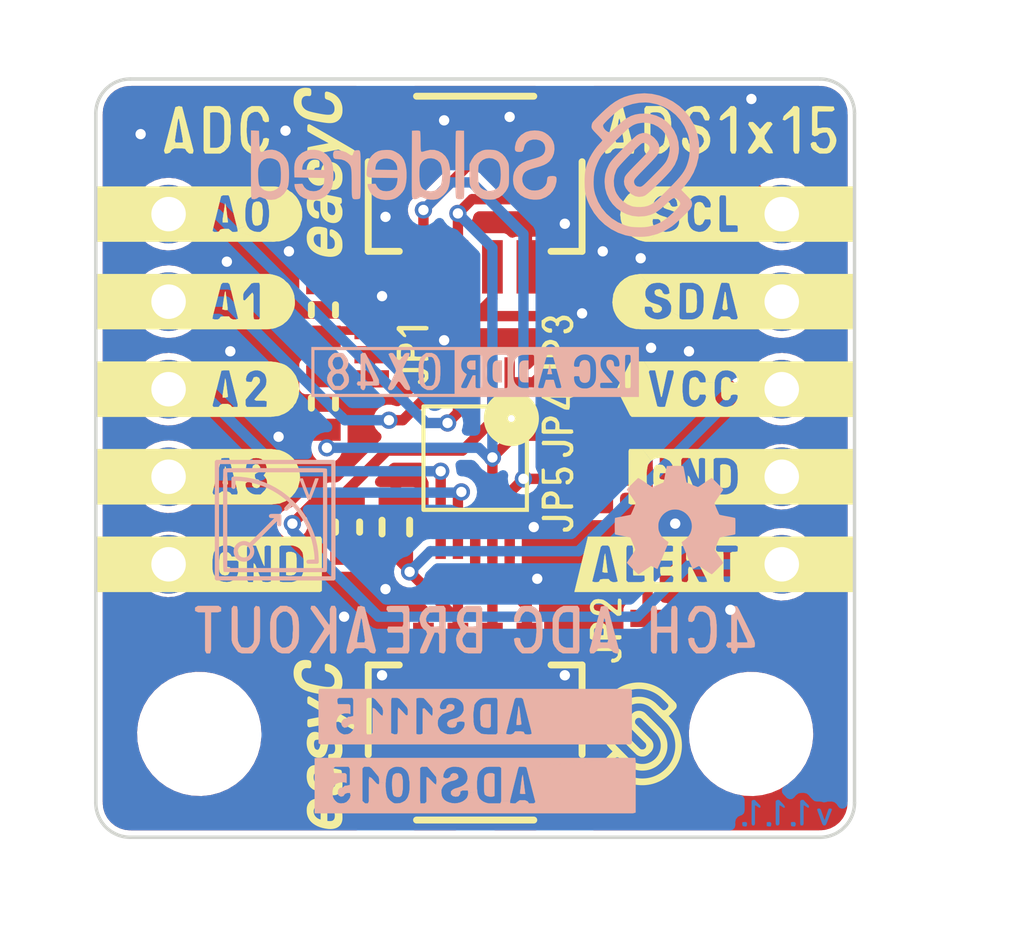
<source format=kicad_pcb>
(kicad_pcb (version 20210623) (generator pcbnew)
  (title_block (title "4CH ADC breakout ADS1x15") (date "2021-07-01") (rev "V1.1.1.") (company "SOLDERED") (comment 1 "333002"))
  (layers (0 "F.Cu" signal) (31 "B.Cu" signal) (34 "B.Paste" user) (35 "F.Paste" user) (36 "B.SilkS" user "B.Silkscreen") (37 "F.SilkS" user "F.Silkscreen") (38 "B.Mask" user) (39 "F.Mask" user) (44 "Edge.Cuts" user))
  (net 0 "")
  (net 1 "GND")
  (net 2 "VCC")
  (net 3 "Net-(JP1-Pad3)")
  (net 4 "Net-(JP1-Pad1)")
  (net 5 "ADDR")
  (net 6 "SDA")
  (net 7 "SCL")
  (net 8 "AIN0")
  (net 9 "AIN1")
  (net 10 "AIN2")
  (net 11 "AIN3")
  (net 12 "ALERT{slash}RDY")
  (footprint "e-radionica.com footprinti:0603C" (layer "F.Cu") (at 98.7 141 90)
    (fp_text reference "C1")
    (fp_text value "0.1uF")
    (pad "1" smd rect locked (at -0.73 0 90) (size 0.66 1) (layers "F.Cu" "F.Paste" "F.Mask") (net 2 "VCC"))
    (pad "2" smd rect locked (at 0.73 0 90) (size 0.66 1) (layers "F.Cu" "F.Paste" "F.Mask") (net 1 "GND"))
  )
  (footprint "e-radionica.com footprinti:easyC-connector" (layer "F.Cu") (at 101 131.3)
    (fp_text reference "K4")
    (fp_text value "easyC-SMD")
    (pad "1" smd rect locked (at -1.5 2.15) (size 0.6 1.55) (layers "F.Cu" "F.Paste" "F.Mask") (net 7 "SCL"))
    (pad "2" smd rect locked (at -0.5 2.15) (size 0.6 1.55) (layers "F.Cu" "F.Paste" "F.Mask") (net 6 "SDA"))
    (pad "3" smd rect locked (at 0.5 2.15) (size 0.6 1.55) (layers "F.Cu" "F.Paste" "F.Mask") (net 2 "VCC"))
    (pad "4" smd rect locked (at 1.5 2.15) (size 0.6 1.55) (layers "F.Cu" "F.Paste" "F.Mask") (net 1 "GND"))
    (pad "5" smd rect locked (at 2.6 -2.15) (size 1.2 1.8) (layers "F.Cu" "F.Paste" "F.Mask") (net 1 "GND"))
    (pad "5" smd rect locked (at -2.6 -2.15) (size 1.2 1.8) (layers "F.Cu" "F.Paste" "F.Mask") (net 1 "GND"))
  )
  (footprint "e-radionica.com footprinti:0603R" (layer "F.Cu") (at 96.6 134.7 90)
    (fp_text reference "R2")
    (fp_text value "10k")
    (pad "1" smd rect locked (at -0.775 0 180) (size 1 0.64) (layers "F.Cu" "F.Paste" "F.Mask") (net 3 "Net-(JP1-Pad3)"))
    (pad "2" smd rect locked (at 0.775 0 180) (size 1 0.64) (layers "F.Cu" "F.Paste" "F.Mask") (net 7 "SCL"))
  )
  (footprint "buzzardLabel" (layer "F.Cu") (at 89.6 137)
    (fp_text reference "" (at 0 0) (layer "F.SilkS") (effects (font (size 1.27 1.27))))
    (fp_text value "" (at 0 0) (layer "F.SilkS") (effects (font (size 1.27 1.27))))
  )
  (footprint "buzzardLabel" (layer "F.Cu") (at 104.8 144 90)
    (fp_text reference "" (at 0 0 90) (layer "F.SilkS") (effects (font (size 1.27 1.27))))
    (fp_text value "" (at 0 0 90) (layer "F.SilkS") (effects (font (size 1.27 1.27))))
  )
  (footprint "buzzardLabel" (layer "F.Cu") (at 112.4 139.54)
    (fp_text reference "" (at 0 0) (layer "F.SilkS") (effects (font (size 1.27 1.27))))
    (fp_text value "" (at 0 0) (layer "F.SilkS") (effects (font (size 1.27 1.27))))
  )
  (footprint "buzzardLabel" (layer "F.Cu") (at 112.4 137)
    (fp_text reference "" (at 0 0) (layer "F.SilkS") (effects (font (size 1.27 1.27))))
    (fp_text value "" (at 0 0) (layer "F.SilkS") (effects (font (size 1.27 1.27))))
  )
  (footprint "e-radionica.com footprinti:SMD_JUMPER_3_PAD_TRACE" (layer "F.Cu") (at 98 136 90)
    (fp_text reference "JP1")
    (fp_text value "SMD_JUMPER_3_PAD_TRACE")
    (fp_poly (pts (xy 0.45 0.05) (xy 0.25 0.05) (xy 0.25 -0.05) (xy 0.45 -0.05)) (layer "F.Cu") (width 0.1) (fill solid))
    (fp_poly (pts (xy -0.25 0.05) (xy -0.45 0.05) (xy -0.45 -0.05) (xy -0.25 -0.05)) (layer "F.Cu") (width 0.1) (fill solid))
    (pad "1" smd rect (at -0.7 0 270) (size 0.5 1) (layers "F.Cu" "F.Mask") (net 4 "Net-(JP1-Pad1)"))
    (pad "2" smd custom (at 0 0 270) (size 0.5 1) (layers "F.Cu" "F.Mask") (net 2 "VCC") (options (clearance outline) (anchor rect)) (primitives))
    (pad "3" smd rect (at 0.7 0 270) (size 0.5 1) (layers "F.Cu" "F.Mask") (net 3 "Net-(JP1-Pad3)"))
  )
  (footprint "Soldered Graphics:Logo-Front-Soldered-3mm" (layer "F.Cu") (at 105.8 147)
    (fp_text reference "G***" hide)
    (fp_text value "LOGO" hide)
  )
  (footprint "buzzardLabel" (layer "F.Cu") (at 103.4 140.2 90)
    (fp_text reference "" (at 0 0 90) (layer "F.SilkS") (effects (font (size 1.27 1.27))))
    (fp_text value "" (at 0 0 90) (layer "F.SilkS") (effects (font (size 1.27 1.27))))
  )
  (footprint "buzzardLabel" (layer "F.Cu") (at 112.4 131.92)
    (fp_text reference "" (at 0 0) (layer "F.SilkS") (effects (font (size 1.27 1.27))))
    (fp_text value "" (at 0 0) (layer "F.SilkS") (effects (font (size 1.27 1.27))))
  )
  (footprint "buzzardLabel" (layer "F.Cu") (at 89.6 139.54)
    (fp_text reference "" (at 0 0) (layer "F.SilkS") (effects (font (size 1.27 1.27))))
    (fp_text value "" (at 0 0) (layer "F.SilkS") (effects (font (size 1.27 1.27))))
  )
  (footprint "buzzardLabel" (layer "F.Cu") (at 89.6 142.08)
    (fp_text reference "" (at 0 0) (layer "F.SilkS") (effects (font (size 1.27 1.27))))
    (fp_text value "" (at 0 0) (layer "F.SilkS") (effects (font (size 1.27 1.27))))
  )
  (footprint "buzzardLabel" (layer "F.Cu") (at 89.6 134.46)
    (fp_text reference "" (at 0 0) (layer "F.SilkS") (effects (font (size 1.27 1.27))))
    (fp_text value "" (at 0 0) (layer "F.SilkS") (effects (font (size 1.27 1.27))))
  )
  (footprint "Soldered Graphics:Logo-Back-OSH-3.5mm" (layer "F.Cu") (at 106.8 140.8)
    (fp_text reference "G***" hide)
    (fp_text value "LOGO" hide)
  )
  (footprint "buzzardLabel" (layer "F.Cu") (at 112.4 142.08)
    (fp_text reference "" (at 0 0) (layer "F.SilkS") (effects (font (size 1.27 1.27))))
    (fp_text value "" (at 0 0) (layer "F.SilkS") (effects (font (size 1.27 1.27))))
  )
  (footprint "buzzardLabel" (layer "F.Cu") (at 103.4 138 90)
    (fp_text reference "" (at 0 0 90) (layer "F.SilkS") (effects (font (size 1.27 1.27))))
    (fp_text value "" (at 0 0 90) (layer "F.SilkS") (effects (font (size 1.27 1.27))))
  )
  (footprint "Soldered Graphics:Logo-Back-SolderedFULL-13mm" (layer "F.Cu") (at 101 130.5)
    (fp_text reference "REF**" hide)
    (fp_text value "Logo-Front-SolderedFULL-13mm" hide)
  )
  (footprint "e-radionica.com footprinti:FIDUCIAL_23" (layer "F.Cu") (at 101 148)
    (fp_text reference "FD1")
    (fp_text value "FIDUCIAL")
    (fp_circle (center 0 0) (end 1 0) (layer "F.Cu") (width 0.2) (fill none))
    (pad "1" smd circle (at 0 0) (size 1 1) (layers "F.Cu" "F.Paste" "F.Mask") (clearance 1.1))
  )
  (footprint "Soldered Graphics:Logo-Front-easyC-5mm" (layer "F.Cu") (at 96.6 147.3 90)
    (fp_text reference "G***" hide)
    (fp_text value "LOGO" hide)
  )
  (footprint "e-radionica.com footprinti:0603R" (layer "F.Cu") (at 96.6 137.4 90)
    (fp_text reference "R3")
    (fp_text value "10k")
    (pad "1" smd rect locked (at -0.775 0 180) (size 1 0.64) (layers "F.Cu" "F.Paste" "F.Mask") (net 6 "SDA"))
    (pad "2" smd rect locked (at 0.775 0 180) (size 1 0.64) (layers "F.Cu" "F.Paste" "F.Mask") (net 4 "Net-(JP1-Pad1)"))
  )
  (footprint "buzzardLabel" (layer "F.Cu") (at 108.1 129.5)
    (fp_text reference "" (at 0 0) (layer "F.SilkS") (effects (font (size 1.27 1.27))))
    (fp_text value "" (at 0 0) (layer "F.SilkS") (effects (font (size 1.27 1.27))))
  )
  (footprint "e-radionica.com footprinti:SMD_JUMPER_CONNECTED" (layer "F.Cu") (at 106 144 -90)
    (fp_text reference "JP2")
    (fp_text value "0x48")
    (pad "1" smd rect locked (at -0.35 0 270) (size 0.5 1) (layers "F.Cu" "F.Paste" "F.Mask") (net 5 "ADDR"))
    (pad "2" smd rect locked (at 0.35 0 270) (size 0.5 1) (layers "F.Cu" "F.Paste" "F.Mask") (net 1 "GND"))
  )
  (footprint "buzzardLabel" (layer "F.Cu") (at 103.4 135.8 90)
    (fp_text reference "" (at 0 0 90) (layer "F.SilkS") (effects (font (size 1.27 1.27))))
    (fp_text value "" (at 0 0 90) (layer "F.SilkS") (effects (font (size 1.27 1.27))))
  )
  (footprint "e-radionica.com footprinti:0603R" (layer "F.Cu") (at 97.3 141 -90)
    (fp_text reference "R1")
    (fp_text value "10k")
    (pad "1" smd rect locked (at -0.775 0) (size 1 0.64) (layers "F.Cu" "F.Paste" "F.Mask") (net 12 "ALERT{slash}RDY"))
    (pad "2" smd rect locked (at 0.775 0) (size 1 0.64) (layers "F.Cu" "F.Paste" "F.Mask") (net 2 "VCC"))
  )
  (footprint "buzzardLabel" (layer "F.Cu") (at 93.5 129.5)
    (fp_text reference "" (at 0 0) (layer "F.SilkS") (effects (font (size 1.27 1.27))))
    (fp_text value "" (at 0 0) (layer "F.SilkS") (effects (font (size 1.27 1.27))))
  )
  (footprint "e-radionica.com footprinti:HOLE_3.2mm" (layer "F.Cu") (at 93 147)
    (fp_text reference "H1" hide)
    (fp_text value "HOLE_3.2mm" hide)
    (pad "" np_thru_hole circle locked (at 0 0) (size 3.2 3.2) (drill 3.2) (layers F&B.Cu *.Mask))
  )
  (footprint "buzzardLabel" (layer "F.Cu") (at 89.6 131.92)
    (fp_text reference "" (at 0 0) (layer "F.SilkS") (effects (font (size 1.27 1.27))))
    (fp_text value "" (at 0 0) (layer "F.SilkS") (effects (font (size 1.27 1.27))))
  )
  (footprint "e-radionica.com footprinti:SMD_JUMPER" (layer "F.Cu") (at 104.5 136 90)
    (fp_text reference "JP3")
    (fp_text value "0x49")
    (pad "1" smd rect locked (at -0.35 0 90) (size 0.5 1) (layers "F.Cu" "F.Paste" "F.Mask") (net 5 "ADDR"))
    (pad "2" smd rect locked (at 0.35 0 90) (size 0.5 1) (layers "F.Cu" "F.Paste" "F.Mask") (net 2 "VCC"))
  )
  (footprint "buzzardLabel" (layer "F.Cu") (at 112.4 134.46)
    (fp_text reference "" (at 0 0) (layer "F.SilkS") (effects (font (size 1.27 1.27))))
    (fp_text value "" (at 0 0) (layer "F.SilkS") (effects (font (size 1.27 1.27))))
  )
  (footprint "e-radionica.com footprinti:SMD_JUMPER" (layer "F.Cu") (at 104.5 138 -90)
    (fp_text reference "JP4")
    (fp_text value "0x4A")
    (pad "1" smd rect locked (at -0.35 0 270) (size 0.5 1) (layers "F.Cu" "F.Paste" "F.Mask") (net 5 "ADDR"))
    (pad "2" smd rect locked (at 0.35 0 270) (size 0.5 1) (layers "F.Cu" "F.Paste" "F.Mask") (net 6 "SDA"))
  )
  (footprint "e-radionica.com footprinti:HOLE_3.2mm" (layer "F.Cu") (at 109 147)
    (fp_text reference "H2" hide)
    (fp_text value "HOLE_3.2mm" hide)
    (pad "" np_thru_hole circle locked (at 0 0) (size 3.2 3.2) (drill 3.2) (layers F&B.Cu *.Mask))
  )
  (footprint "e-radionica.com footprinti:SMD_JUMPER" (layer "F.Cu") (at 104.5 140 -90)
    (fp_text reference "JP5")
    (fp_text value "0x4B")
    (pad "1" smd rect locked (at -0.35 0 270) (size 0.5 1) (layers "F.Cu" "F.Paste" "F.Mask") (net 5 "ADDR"))
    (pad "2" smd rect locked (at 0.35 0 270) (size 0.5 1) (layers "F.Cu" "F.Paste" "F.Mask") (net 7 "SCL"))
  )
  (footprint "Soldered Graphics:Logo-Front-easyC-5mm" (layer "F.Cu") (at 96.6 130.7 90)
    (fp_text reference "G***" hide)
    (fp_text value "LOGO" hide)
  )
  (footprint "e-radionica.com footprinti:easyC-connector" (layer "F.Cu") (at 101 146.7 180)
    (fp_text reference "K3")
    (fp_text value "easyC-SMD")
    (pad "1" smd rect locked (at -1.5 2.15 180) (size 0.6 1.55) (layers "F.Cu" "F.Paste" "F.Mask") (net 7 "SCL"))
    (pad "2" smd rect locked (at -0.5 2.15 180) (size 0.6 1.55) (layers "F.Cu" "F.Paste" "F.Mask") (net 6 "SDA"))
    (pad "3" smd rect locked (at 0.5 2.15 180) (size 0.6 1.55) (layers "F.Cu" "F.Paste" "F.Mask") (net 2 "VCC"))
    (pad "4" smd rect locked (at 1.5 2.15 180) (size 0.6 1.55) (layers "F.Cu" "F.Paste" "F.Mask") (net 1 "GND"))
    (pad "5" smd rect locked (at 2.6 -2.15 180) (size 1.2 1.8) (layers "F.Cu" "F.Paste" "F.Mask") (net 1 "GND"))
    (pad "5" smd rect locked (at -2.6 -2.15 180) (size 1.2 1.8) (layers "F.Cu" "F.Paste" "F.Mask") (net 1 "GND"))
  )
  (footprint "e-radionica.com footprinti:VSSOP" (layer "F.Cu") (at 101 139 -90)
    (fp_text reference "U1")
    (fp_text value "ADS1115")
    (pad "1" smd rect locked (at -2.2 -1 270) (size 1.45 0.3) (layers "F.Cu" "F.Paste" "F.Mask") (net 5 "ADDR"))
    (pad "2" smd rect locked (at -2.2 -0.5 270) (size 1.45 0.3) (layers "F.Cu" "F.Paste" "F.Mask") (net 12 "ALERT{slash}RDY"))
    (pad "3" smd rect locked (at -2.2 0 270) (size 1.45 0.3) (layers "F.Cu" "F.Paste" "F.Mask") (net 1 "GND"))
    (pad "4" smd rect locked (at -2.2 0.5 270) (size 1.45 0.3) (layers "F.Cu" "F.Paste" "F.Mask") (net 8 "AIN0"))
    (pad "5" smd rect locked (at -2.2 1 270) (size 1.45 0.3) (layers "F.Cu" "F.Paste" "F.Mask") (net 9 "AIN1"))
    (pad "6" smd rect locked (at 2.2 1 270) (size 1.45 0.3) (layers "F.Cu" "F.Paste" "F.Mask") (net 10 "AIN2"))
    (pad "7" smd rect locked (at 2.2 0.5 270) (size 1.45 0.3) (layers "F.Cu" "F.Paste" "F.Mask") (net 11 "AIN3"))
    (pad "8" smd rect locked (at 2.2 0 270) (size 1.45 0.3) (layers "F.Cu" "F.Paste" "F.Mask") (net 2 "VCC"))
    (pad "9" smd rect locked (at 2.2 -0.5 270) (size 1.45 0.3) (layers "F.Cu" "F.Paste" "F.Mask") (net 6 "SDA"))
    (pad "10" smd rect locked (at 2.2 -1 270) (size 1.45 0.3) (layers "F.Cu" "F.Paste" "F.Mask") (net 7 "SCL"))
  )
  (footprint "buzzardLabel" (layer "F.Cu") (at 99.2 136 90)
    (fp_text reference "" (at 0 0 90) (layer "F.SilkS") (effects (font (size 1.27 1.27))))
    (fp_text value "" (at 0 0 90) (layer "F.SilkS") (effects (font (size 1.27 1.27))))
  )
  (footprint "Soldered Graphics:Symbol-Front-I2C-ADDR-Field" (layer "B.Cu") (at 101 136.5 180)
    (fp_text reference "REF**" hide)
    (fp_text value "Symbol-Front-I2C-ADDR-Field" hide)
  )
  (footprint "buzzardLabel" (layer "B.Cu") (at 98.35 136.5 180)
    (fp_text reference "" (at 0 0) (layer "B.SilkS") (effects (font (size 1.27 1.27)) (justify mirror)))
    (fp_text value "" (at 0 0) (layer "B.SilkS") (effects (font (size 1.27 1.27)) (justify mirror)))
  )
  (footprint "buzzardLabel" (layer "B.Cu") (at 101 146.5 180)
    (fp_text reference "" (at 0 0) (layer "B.SilkS") (effects (font (size 1.27 1.27)) (justify mirror)))
    (fp_text value "" (at 0 0) (layer "B.SilkS") (effects (font (size 1.27 1.27)) (justify mirror)))
  )
  (footprint "buzzardLabel" (layer "B.Cu") (at 101 144 180)
    (fp_text reference "" (at 0 0) (layer "B.SilkS") (effects (font (size 1.27 1.27)) (justify mirror)))
    (fp_text value "" (at 0 0) (layer "B.SilkS") (effects (font (size 1.27 1.27)) (justify mirror)))
  )
  (footprint "e-radionica.com footprinti:HEADER_MALE_1X1" (layer "B.Cu") (at 109.89 142.08 180)
    (fp_text reference "K5")
    (fp_text value "HEADER_MALE_1X1")
    (pad "1" thru_hole circle locked (at 0 0 180) (size 1.7 1.7) (drill 1) (layers *.Cu *.Mask) (net 12 "ALERT{slash}RDY"))
  )
  (footprint "e-radionica.com footprinti:HEADER_MALE_5X1" (layer "B.Cu") (at 92.11 137 90)
    (fp_text reference "K1")
    (fp_text value "HEADER_MALE_5X1")
    (pad "1" thru_hole circle locked (at -5.08 0 90) (size 1.7 1.7) (drill 1) (layers *.Cu *.Mask) (net 1 "GND"))
    (pad "2" thru_hole circle locked (at -2.54 0 90) (size 1.7 1.7) (drill 1) (layers *.Cu *.Mask) (net 11 "AIN3"))
    (pad "3" thru_hole circle locked (at 0 0 90) (size 1.7 1.7) (drill 1) (layers *.Cu *.Mask) (net 10 "AIN2"))
    (pad "4" thru_hole circle locked (at 2.54 0 90) (size 1.7 1.7) (drill 1) (layers *.Cu *.Mask) (net 9 "AIN1"))
    (pad "5" thru_hole circle locked (at 5.08 0 90) (size 1.7 1.7) (drill 1) (layers *.Cu *.Mask) (net 8 "AIN0"))
  )
  (footprint "Soldered Graphics:Symbol-Front-Voltmeter" (layer "B.Cu") (at 95.2 140.8 180)
    (fp_text reference "G***" hide)
    (fp_text value "LOGO" hide)
  )
  (footprint "e-radionica.com footprinti:HEADER_MALE_4X1" (layer "B.Cu") (at 109.89 135.73 90)
    (fp_text reference "K2")
    (fp_text value "HEADER_MALE_4X1")
    (pad "1" thru_hole circle locked (at -3.81 0 90) (size 1.7 1.7) (drill 1) (layers *.Cu *.Mask) (net 1 "GND"))
    (pad "2" thru_hole circle locked (at -1.27 0 90) (size 1.7 1.7) (drill 1) (layers *.Cu *.Mask) (net 2 "VCC"))
    (pad "3" thru_hole circle locked (at 1.27 0 90) (size 1.7 1.7) (drill 1) (layers *.Cu *.Mask) (net 6 "SDA"))
    (pad "4" thru_hole circle locked (at 3.81 0 90) (size 1.7 1.7) (drill 1) (layers *.Cu *.Mask) (net 7 "SCL"))
  )
  (footprint "Soldered Graphics:Version1.1.1." (layer "B.Cu") (at 110 149.3 180)
    (fp_text reference "REF**" hide)
    (fp_text value "Version1.1.1." hide)
    (fp_poly (pts (xy -0.5 -0.35) (xy -0.44 -0.35) (xy -0.43 -0.31) (xy -0.43 0.35) (xy -0.46 0.38) (xy -0.52 0.38) (xy -0.55 0.34) (xy -0.67 0.22) (xy -0.68 0.17) (xy -0.65 0.16) (xy -0.56 0.22) (xy -0.52 0.23) (xy -0.52 -0.31) (xy -0.5 -0.35)) (layer "B.Cu") (width 0.01) (fill solid))
    (fp_poly (pts (xy 0.43 -0.38) (xy 0.48 -0.38) (xy 0.54 -0.37) (xy 0.54 -0.33) (xy 0.54 -0.27) (xy 0.5 -0.26) (xy 0.45 -0.26) (xy 0.42 -0.29) (xy 0.42 -0.34) (xy 0.43 -0.38)) (layer "B.Cu") (width 0.01) (fill solid))
    (fp_poly (pts (xy 0.21 -0.35) (xy 0.26 -0.35) (xy 0.28 -0.31) (xy 0.28 0.35) (xy 0.24 0.38) (xy 0.19 0.38) (xy 0.15 0.34) (xy 0.04 0.22) (xy 0.02 0.17) (xy 0.05 0.16) (xy 0.14 0.22) (xy 0.18 0.23) (xy 0.18 -0.31) (xy 0.21 -0.35)) (layer "B.Cu") (width 0.01) (fill solid))
    (fp_poly (pts (xy 0.91 -0.35) (xy 0.96 -0.35) (xy 0.98 -0.31) (xy 0.98 0.35) (xy 0.95 0.38) (xy 0.89 0.38) (xy 0.86 0.34) (xy 0.74 0.22) (xy 0.73 0.17) (xy 0.76 0.16) (xy 0.85 0.22) (xy 0.89 0.23) (xy 0.89 -0.31) (xy 0.91 -0.35)) (layer "B.Cu") (width 0.01) (fill solid))
    (fp_poly (pts (xy -0.27 -0.38) (xy -0.22 -0.38) (xy -0.17 -0.37) (xy -0.16 -0.33) (xy -0.16 -0.27) (xy -0.21 -0.26) (xy -0.26 -0.26) (xy -0.29 -0.29) (xy -0.29 -0.34) (xy -0.27 -0.38)) (layer "B.Cu") (width 0.01) (fill solid))
    (fp_poly (pts (xy 1.14 -0.38) (xy 1.19 -0.38) (xy 1.24 -0.37) (xy 1.25 -0.33) (xy 1.25 -0.27) (xy 1.2 -0.26) (xy 1.15 -0.26) (xy 1.12 -0.29) (xy 1.12 -0.34) (xy 1.14 -0.38)) (layer "B.Cu") (width 0.01) (fill solid))
    (fp_poly (pts (xy -1.15 -0.35) (xy -1.1 -0.35) (xy -1.07 -0.31) (xy -0.92 0.1) (xy -0.94 0.13) (xy -0.99 0.13) (xy -1.02 0.1) (xy -1.11 -0.16) (xy -1.13 -0.21) (xy -1.15 -0.17) (xy -1.24 0.09) (xy -1.26 0.13) (xy -1.32 0.13) (xy -1.34 0.1) (xy -1.18 -0.31) (xy -1.15 -0.35)) (layer "B.Cu") (width 0.01) (fill solid))
  )
  (footprint "buzzardLabel" (layer "B.Cu") (at 101 148.5 180)
    (fp_text reference "" (at 0 0) (layer "B.SilkS") (effects (font (size 1.27 1.27)) (justify mirror)))
    (fp_text value "" (at 0 0) (layer "B.SilkS") (effects (font (size 1.27 1.27)) (justify mirror)))
  )
  (gr_arc (start 91 129) (end 90 129) (angle 90) (layer "Edge.Cuts") (width 0.1))
  (gr_line (start 90 149) (end 90 129) (layer "Edge.Cuts") (width 0.1))
  (gr_arc (start 91 149) (end 91 150) (angle 90) (layer "Edge.Cuts") (width 0.1))
  (gr_line (start 91 128) (end 111 128) (layer "Edge.Cuts") (width 0.1))
  (gr_arc (start 111 149) (end 112 149) (angle 90) (layer "Edge.Cuts") (width 0.1))
  (gr_arc (start 111 129) (end 111 128) (angle 90) (layer "Edge.Cuts") (width 0.1))
  (gr_line (start 112 129) (end 112 149) (layer "Edge.Cuts") (width 0.1))
  (gr_line (start 111 150) (end 91 150) (layer "Edge.Cuts") (width 0.1))
  (via (at 98.3 134.3) (size 0.5) (drill 0.3) (layers "F.Cu" "B.Cu") (net 1))
  (via (at 93.9 135.9) (size 0.5) (drill 0.3) (layers "F.Cu" "B.Cu") (net 1))
  (via (at 91.3 129.6) (size 0.5) (drill 0.3) (layers "F.Cu" "B.Cu") (net 1))
  (via (at 102 129.1) (size 0.5) (drill 0.3) (layers "F.Cu" "B.Cu") (net 1))
  (via (at 95.5 129.5) (size 0.5) (drill 0.3) (layers "F.Cu" "B.Cu") (net 1))
  (via (at 102.8 142.5) (size 0.5) (drill 0.3) (layers "F.Cu" "B.Cu") (net 1))
  (via (at 100.1 129.2) (size 0.5) (drill 0.3) (layers "F.Cu" "B.Cu") (net 1))
  (via (at 108.4 143.4) (size 0.5) (drill 0.3) (layers "F.Cu" "B.Cu") (net 1))
  (via (at 106.1 135.8) (size 0.5) (drill 0.3) (layers "F.Cu" "B.Cu") (net 1))
  (via (at 98.4 132) (size 0.5) (drill 0.3) (layers "F.Cu" "B.Cu") (net 1))
  (via (at 100.1 135.58) (size 0.5) (drill 0.3) (layers "F.Cu" "B.Cu") (net 1))
  (via (at 103.6 132.2) (size 0.5) (drill 0.3) (layers "F.Cu" "B.Cu") (net 1))
  (via (at 104.7 133) (size 0.5) (drill 0.3) (layers "F.Cu" "B.Cu") (net 1))
  (via (at 106.8 140.9) (size 0.5) (drill 0.3) (layers "F.Cu" "B.Cu") (net 1))
  (via (at 98.3 145.3) (size 0.5) (drill 0.3) (layers "F.Cu" "B.Cu") (net 1))
  (via (at 97.2 143.6) (size 0.5) (drill 0.3) (layers "F.Cu" "B.Cu") (net 1))
  (via (at 98.4 142.8) (size 0.5) (drill 0.3) (layers "F.Cu" "B.Cu") (net 1))
  (via (at 105.8 133.2) (size 0.5) (drill 0.3) (layers "F.Cu" "B.Cu") (net 1))
  (via (at 104.1 134.8) (size 0.5) (drill 0.3) (layers "F.Cu" "B.Cu") (net 1))
  (via (at 93.8 133.3) (size 0.5) (drill 0.3) (layers "F.Cu" "B.Cu") (net 1))
  (via (at 103.6 145.3) (size 0.5) (drill 0.3) (layers "F.Cu" "B.Cu") (net 1))
  (via (at 102.7 141) (size 0.5) (drill 0.3) (layers "F.Cu" "B.Cu") (net 1))
  (via (at 107.2 135.9) (size 0.5) (drill 0.3) (layers "F.Cu" "B.Cu") (net 1))
  (via (at 95.3 138.38) (size 0.5) (drill 0.3) (layers "F.Cu" "B.Cu") (net 1))
  (via (at 109.01 128.58) (size 0.5) (drill 0.3) (layers "F.Cu" "B.Cu") (net 1))
  (via (at 95.6 133) (size 0.5) (drill 0.3) (layers "F.Cu" "B.Cu") (net 1))
  (segment (start 101 134.88) (end 99.82 134.88) (width 0.3) (layer "F.Cu") (net 2))
  (segment (start 104.5 135.65) (end 104.5 135.3) (width 0.3) (layer "F.Cu") (net 2))
  (segment (start 109.2 137) (end 109.89 137) (width 0.3) (layer "F.Cu") (net 2))
  (segment (start 102.9 134.88) (end 103.68 134.1) (width 0.3) (layer "F.Cu") (net 2))
  (segment (start 106.3 134.1) (end 109.2 137) (width 0.3) (layer "F.Cu") (net 2))
  (segment (start 101 134.88) (end 102.9 134.88) (width 0.3) (layer "F.Cu") (net 2))
  (segment (start 99.82 134.88) (end 98.7 136) (width 0.3) (layer "F.Cu") (net 2))
  (segment (start 101 142.5) (end 101 141.2) (width 0.3) (layer "F.Cu") (net 2))
  (segment (start 110 137) (end 110.5 137) (width 0.3) (layer "F.Cu") (net 2))
  (segment (start 101.5 133.45) (end 101.5 134.38) (width 0.3) (layer "F.Cu") (net 2))
  (segment (start 101.5 134.38) (end 101 134.88) (width 0.3) (layer "F.Cu") (net 2))
  (segment (start 105.7 134.1) (end 106.3 134.1) (width 0.3) (layer "F.Cu") (net 2))
  (segment (start 100.5 143.73) (end 100.5 144.85) (width 0.3) (layer "F.Cu") (net 2))
  (segment (start 97.3 141.775) (end 98.655 141.775) (width 0.25) (layer "F.Cu") (net 2))
  (segment (start 99.1 142.3) (end 100.5 143.7) (width 0.3) (layer "F.Cu") (net 2))
  (segment (start 100.5 143) (end 101 142.5) (width 0.3) (layer "F.Cu") (net 2))
  (segment (start 100.5 143.7) (end 100.5 144.55) (width 0.3) (layer "F.Cu") (net 2))
  (segment (start 100.5 144.85) (end 100.5 143) (width 0.3) (layer "F.Cu") (net 2))
  (segment (start 98.7 141.73) (end 98.7 141.9) (width 0.25) (layer "F.Cu") (net 2))
  (segment (start 103.68 134.1) (end 105.7 134.1) (width 0.3) (layer "F.Cu") (net 2))
  (segment (start 98.655 141.775) (end 98.7 141.73) (width 0.25) (layer "F.Cu") (net 2))
  (segment (start 98.7 136) (end 98 136) (width 0.3) (layer "F.Cu") (net 2))
  (segment (start 98.7 141.9) (end 99.1 142.3) (width 0.25) (layer "F.Cu") (net 2))
  (segment (start 104.5 135.3) (end 105.7 134.1) (width 0.3) (layer "F.Cu") (net 2))
  (via (at 99.1 142.3) (size 0.5) (drill 0.3) (layers "F.Cu" "B.Cu") (net 2))
  (segment (start 108.7 137) (end 109.89 137) (width 0.3) (layer "B.Cu") (net 2))
  (segment (start 99.7 141.7) (end 104 141.7) (width 0.3) (layer "B.Cu") (net 2))
  (segment (start 104 141.7) (end 108.7 137) (width 0.3) (layer "B.Cu") (net 2))
  (segment (start 99.1 142.3) (end 99.7 141.7) (width 0.3) (layer "B.Cu") (net 2))
  (segment (start 96.775 135.3) (end 96.6 135.475) (width 0.25) (layer "F.Cu") (net 3))
  (segment (start 98 135.3) (end 96.775 135.3) (width 0.25) (layer "F.Cu") (net 3))
  (segment (start 98 136.7) (end 96.675 136.7) (width 0.25) (layer "F.Cu") (net 4))
  (segment (start 96.675 136.7) (end 96.6 136.625) (width 0.25) (layer "F.Cu") (net 4))
  (segment (start 102.7 136.8) (end 103.15 136.35) (width 0.3) (layer "F.Cu") (net 5))
  (segment (start 106 143.65) (end 106 139.3) (width 0.3) (layer "F.Cu") (net 5))
  (segment (start 105.05 137.65) (end 104.5 137.65) (width 0.3) (layer "F.Cu") (net 5))
  (segment (start 105.65 139.65) (end 106 139.3) (width 0.3) (layer "F.Cu") (net 5))
  (segment (start 106 138.6) (end 105.5 138.1) (width 0.3) (layer "F.Cu") (net 5))
  (segment (start 106 139.3) (end 106 138.6) (width 0.3) (layer "F.Cu") (net 5))
  (segment (start 104.5 137.65) (end 104.5 136.35) (width 0.3) (layer "F.Cu") (net 5))
  (segment (start 104.5 139.65) (end 105.65 139.65) (width 0.3) (layer "F.Cu") (net 5))
  (segment (start 102 136.8) (end 102.7 136.8) (width 0.3) (layer "F.Cu") (net 5))
  (segment (start 103.15 136.35) (end 104.5 136.35) (width 0.3) (layer "F.Cu") (net 5))
  (segment (start 105.5 138.1) (end 105.05 137.65) (width 0.3) (layer "F.Cu") (net 5))
  (segment (start 105.988001 131.488001) (end 108.96 134.46) (width 0.3) (layer "F.Cu") (net 6))
  (segment (start 101.5 144.85) (end 101.5 141.2) (width 0.3) (layer "F.Cu") (net 6))
  (segment (start 101.5 141.2) (end 101.5 138.98) (width 0.3) (layer "F.Cu") (net 6))
  (segment (start 100.5 131.9) (end 100.911999 131.488001) (width 0.3) (layer "F.Cu") (net 6))
  (segment (start 100.911999 131.488001) (end 105.988001 131.488001) (width 0.3) (layer "F.Cu") (net 6))
  (segment (start 100.5 133.15) (end 100.5 134.1) (width 0.3) (layer "F.Cu") (net 6))
  (segment (start 100.5 133.15) (end 100.5 131.9) (width 0.3) (layer "F.Cu") (net 6))
  (segment (start 104.5 138.35) (end 102.13 138.35) (width 0.3) (layer "F.Cu") (net 6))
  (segment (start 102.13 138.35) (end 101.5 138.98) (width 0.3) (layer "F.Cu") (net 6))
  (via (at 101.5 138.98) (size 0.5) (drill 0.3) (layers "F.Cu" "B.Cu") (net 6))
  (via (at 100.5 131.9) (size 0.5) (drill 0.3) (layers "F.Cu" "B.Cu") (net 6))
  (via (at 96.7 138.7) (size 0.5) (drill 0.3) (layers "F.Cu" "B.Cu") (net 6))
  (segment (start 96.7 138.7) (end 101.1 138.7) (width 0.3) (layer "B.Cu") (net 6))
  (segment (start 101.5 139.1) (end 101.5 138.98) (width 0.3) (layer "B.Cu") (net 6))
  (segment (start 100.5 131.9) (end 101.5 132.9) (width 0.3) (layer "B.Cu") (net 6))
  (segment (start 101.5 132.9) (end 101.5 138.98) (width 0.3) (layer "B.Cu") (net 6))
  (segment (start 101.1 138.7) (end 101.5 139.1) (width 0.3) (layer "B.Cu") (net 6))
  (segment (start 99.5 131.8) (end 99.5 133.15) (width 0.3) (layer "F.Cu") (net 7))
  (segment (start 102 142.8) (end 102.5 143.3) (width 0.3) (layer "F.Cu") (net 7))
  (segment (start 102 140) (end 102 141.2) (width 0.3) (layer "F.Cu") (net 7))
  (segment (start 102.5 144.85) (end 102.5 144) (width 0.3) (layer "F.Cu") (net 7))
  (segment (start 102.4 139.6) (end 102.9 139.6) (width 0.3) (layer "F.Cu") (net 7))
  (segment (start 102.4 139.6) (end 102 140) (width 0.3) (layer "F.Cu") (net 7))
  (segment (start 109.89 131.92) (end 108.469999 130.499999) (width 0.3) (layer "F.Cu") (net 7))
  (segment (start 97.075 133.45) (end 96.6 133.925) (width 0.25) (layer "F.Cu") (net 7))
  (segment (start 100.800001 130.499999) (end 99.5 131.8) (width 0.3) (layer "F.Cu") (net 7))
  (segment (start 102.5 143.3) (end 102.5 144.85) (width 0.3) (layer "F.Cu") (net 7))
  (segment (start 103.65 140.35) (end 104.5 140.35) (width 0.3) (layer "F.Cu") (net 7))
  (segment (start 99.5 133.45) (end 97.075 133.45) (width 0.25) (layer "F.Cu") (net 7))
  (segment (start 102 141.2) (end 102 142.8) (width 0.3) (layer "F.Cu") (net 7))
  (segment (start 102.9 139.6) (end 103.65 140.35) (width 0.3) (layer "F.Cu") (net 7))
  (segment (start 108.469999 130.499999) (end 100.800001 130.499999) (width 0.3) (layer "F.Cu") (net 7))
  (via (at 102.4 139.6) (size 0.5) (drill 0.3) (layers "F.Cu" "B.Cu") (net 7))
  (via (at 99.5 131.8) (size 0.5) (drill 0.3) (layers "F.Cu" "B.Cu") (net 7))
  (segment (start 99.5 131.8) (end 100.3 131) (width 0.3) (layer "B.Cu") (net 7))
  (segment (start 100.3 131) (end 100.9 131) (width 0.3) (layer "B.Cu") (net 7))
  (segment (start 102.4 139.6) (end 102.4 132.5) (width 0.3) (layer "B.Cu") (net 7))
  (segment (start 100.9 131) (end 102.4 132.5) (width 0.3) (layer "B.Cu") (net 7))
  (segment (start 100.5 137.68) (end 100.2 137.98) (width 0.3) (layer "F.Cu") (net 8))
  (segment (start 100.5 136.8) (end 100.5 137.68) (width 0.3) (layer "F.Cu") (net 8))
  (via (at 100.2 137.98) (size 0.5) (drill 0.3) (layers "F.Cu" "B.Cu") (net 8))
  (segment (start 93.52 131.92) (end 99.58 137.98) (width 0.3) (layer "B.Cu") (net 8))
  (segment (start 91.52 131.92) (end 91.5 131.92) (width 0.3) (layer "B.Cu") (net 8))
  (segment (start 93.52 131.92) (end 92.11 131.92) (width 0.3) (layer "B.Cu") (net 8))
  (segment (start 99.58 137.98) (end 100.2 137.98) (width 0.3) (layer "B.Cu") (net 8))
  (segment (start 98.5 137.9) (end 98.9 137.9) (width 0.3) (layer "F.Cu") (net 9))
  (segment (start 99.5 137.3) (end 100 136.8) (width 0.3) (layer "F.Cu") (net 9))
  (segment (start 98.9 137.9) (end 99.5 137.3) (width 0.3) (layer "F.Cu") (net 9))
  (via (at 98.5 137.9) (size 0.5) (drill 0.3) (layers "F.Cu" "B.Cu") (net 9))
  (segment (start 93.78 134.46) (end 92.11 134.46) (width 0.3) (layer "B.Cu") (net 9))
  (segment (start 98.5 137.9) (end 97.22 137.9) (width 0.3) (layer "B.Cu") (net 9))
  (segment (start 97.22 137.9) (end 93.78 134.46) (width 0.3) (layer "B.Cu") (net 9))
  (segment (start 100 141.2) (end 100 139.38) (width 0.3) (layer "F.Cu") (net 10))
  (via (at 100 139.38) (size 0.5) (drill 0.3) (layers "F.Cu" "B.Cu") (net 10))
  (segment (start 95.5 139.38) (end 95.72 139.38) (width 0.3) (layer "B.Cu") (net 10))
  (segment (start 95.72 139.38) (end 95.38 139.38) (width 0.3) (layer "B.Cu") (net 10))
  (segment (start 95.38 139.38) (end 93 137) (width 0.3) (layer "B.Cu") (net 10))
  (segment (start 95.72 139.38) (end 100 139.38) (width 0.3) (layer "B.Cu") (net 10))
  (segment (start 93 137) (end 92.11 137) (width 0.3) (layer "B.Cu") (net 10))
  (segment (start 100.5 140.08) (end 100.6 139.98) (width 0.3) (layer "F.Cu") (net 11))
  (segment (start 100.5 141.2) (end 100.5 140.08) (width 0.3) (layer "F.Cu") (net 11))
  (via (at 100.6 139.98) (size 0.5) (drill 0.3) (layers "F.Cu" "B.Cu") (net 11))
  (segment (start 100.58 140) (end 92.57 140) (width 0.3) (layer "B.Cu") (net 11))
  (segment (start 92.57 140) (end 92.11 139.54) (width 0.3) (layer "B.Cu") (net 11))
  (segment (start 100.6 139.98) (end 100.58 140) (width 0.3) (layer "B.Cu") (net 11))
  (segment (start 100.631998 138.78) (end 101.5 137.911998) (width 0.3) (layer "F.Cu") (net 12))
  (segment (start 101.5 137.911998) (end 101.5 136.8) (width 0.3) (layer "F.Cu") (net 12))
  (segment (start 97.3 139.925) (end 97.3 140.225) (width 0.3) (layer "F.Cu") (net 12))
  (segment (start 95.7 140.9) (end 96.375 140.225) (width 0.3) (layer "F.Cu") (net 12))
  (segment (start 96.375 140.225) (end 97.3 140.225) (width 0.3) (layer "F.Cu") (net 12))
  (segment (start 98.445 138.78) (end 97.3 139.925) (width 0.3) (layer "F.Cu") (net 12))
  (segment (start 98.445 138.78) (end 100.631998 138.78) (width 0.3) (layer "F.Cu") (net 12))
  (via (at 95.7 140.9) (size 0.5) (drill 0.3) (layers "F.Cu" "B.Cu") (net 12))
  (segment (start 105.7 143.6) (end 107.22 142.08) (width 0.3) (layer "B.Cu") (net 12))
  (segment (start 98.2 143.6) (end 105.7 143.6) (width 0.3) (layer "B.Cu") (net 12))
  (segment (start 107.22 142.08) (end 109.89 142.08) (width 0.3) (layer "B.Cu") (net 12))
  (segment (start 95.7 140.9) (end 95.7 141.1) (width 0.3) (layer "B.Cu") (net 12))
  (segment (start 95.7 141.1) (end 98.2 143.6) (width 0.3) (layer "B.Cu") (net 12))
  (zone (net 1) (net_name "GND") (layers F&B.Cu) (connect_pads (clearance 0.2)) (min_thickness 0.3) (fill yes (thermal_gap 0.1) (thermal_bridge_width 0.3))
    (polygon (pts (xy 112 150) (xy 90 150) (xy 90 128) (xy 112 128)))
  )
)
</source>
